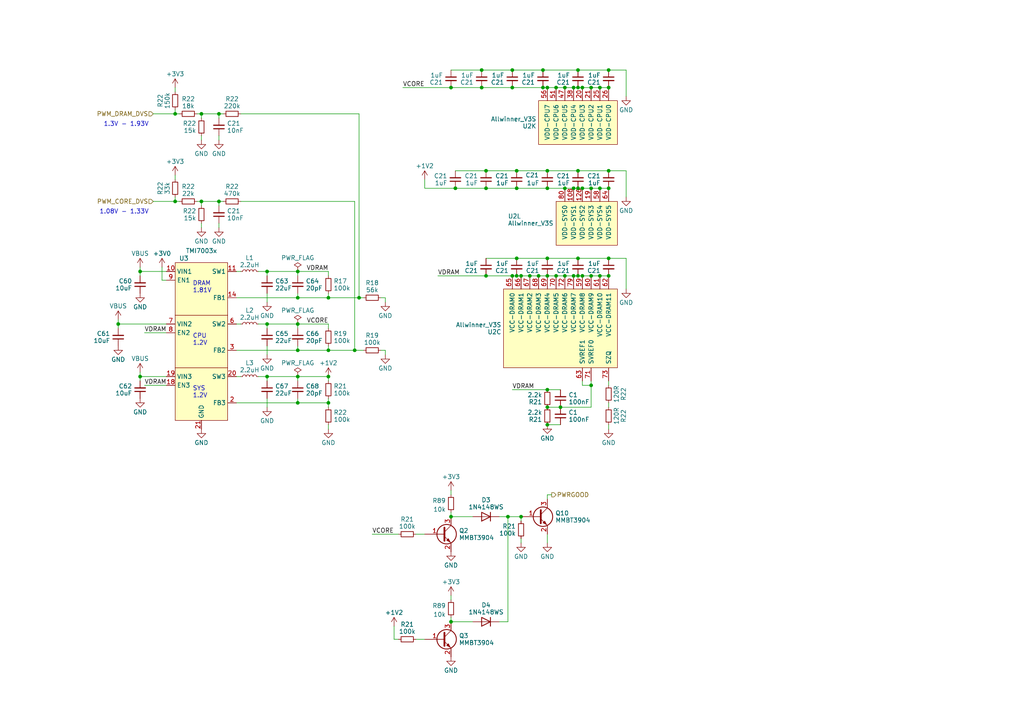
<source format=kicad_sch>
(kicad_sch (version 20230121) (generator eeschema)
  (paper "A4")
  (junction (at 162.56 118.11))
  (junction (at 171.45 54.61))
  (junction (at 95.25 116.84))
  (junction (at 167.64 20.32))
  (junction (at 140.97 54.61))
  (junction (at 167.64 80.01))
  (junction (at 163.83 80.01))
  (junction (at 157.48 20.32))
  (junction (at 77.47 93.98))
  (junction (at 176.53 74.93))
  (junction (at 40.64 78.74))
  (junction (at 166.37 25.4))
  (junction (at 167.64 25.4))
  (junction (at 153.67 80.01))
  (junction (at 40.64 109.22))
  (junction (at 77.47 78.74))
  (junction (at 163.83 25.4))
  (junction (at 132.08 54.61))
  (junction (at 158.75 113.03))
  (junction (at 173.99 25.4))
  (junction (at 34.29 93.98))
  (junction (at 167.64 49.53))
  (junction (at 77.47 109.22))
  (junction (at 167.64 54.61))
  (junction (at 148.59 80.01))
  (junction (at 158.75 74.93))
  (junction (at 163.83 54.61))
  (junction (at 95.25 86.36))
  (junction (at 173.99 80.01))
  (junction (at 149.86 49.53))
  (junction (at 86.36 78.74))
  (junction (at 148.59 20.32))
  (junction (at 130.81 149.86))
  (junction (at 86.36 116.84))
  (junction (at 140.97 49.53))
  (junction (at 168.91 54.61))
  (junction (at 156.21 80.01))
  (junction (at 176.53 54.61))
  (junction (at 139.7 20.32))
  (junction (at 176.53 80.01))
  (junction (at 58.42 58.42))
  (junction (at 86.36 86.36))
  (junction (at 161.29 25.4))
  (junction (at 149.86 80.01))
  (junction (at 158.75 80.01))
  (junction (at 50.8 58.42))
  (junction (at 151.13 149.86))
  (junction (at 140.97 80.01))
  (junction (at 157.48 25.4))
  (junction (at 158.75 25.4))
  (junction (at 147.32 149.86))
  (junction (at 176.53 25.4))
  (junction (at 176.53 49.53))
  (junction (at 95.25 101.6))
  (junction (at 148.59 25.4))
  (junction (at 58.42 33.02))
  (junction (at 63.5 33.02))
  (junction (at 50.8 33.02))
  (junction (at 168.91 25.4))
  (junction (at 171.45 80.01))
  (junction (at 171.45 111.76))
  (junction (at 158.75 54.61))
  (junction (at 176.53 20.32))
  (junction (at 139.7 25.4))
  (junction (at 130.81 180.34))
  (junction (at 161.29 80.01))
  (junction (at 102.87 101.6))
  (junction (at 104.14 86.36))
  (junction (at 86.36 93.98))
  (junction (at 158.75 49.53))
  (junction (at 86.36 101.6))
  (junction (at 95.25 109.22))
  (junction (at 171.45 25.4))
  (junction (at 130.81 25.4))
  (junction (at 158.75 123.19))
  (junction (at 158.75 118.11))
  (junction (at 151.13 80.01))
  (junction (at 63.5 58.42))
  (junction (at 149.86 74.93))
  (junction (at 166.37 80.01))
  (junction (at 86.36 109.22))
  (junction (at 173.99 54.61))
  (junction (at 166.37 54.61))
  (junction (at 149.86 54.61))
  (junction (at 168.91 80.01))
  (junction (at 167.64 74.93))
  (wire (pts (xy 176.53 74.93) (xy 167.64 74.93)))
  (wire (pts (xy 181.61 49.53) (xy 176.53 49.53)))
  (wire (pts (xy 173.99 80.01) (xy 171.45 80.01)))
  (wire (pts (xy 139.7 20.32) (xy 130.81 20.32)))
  (wire (pts (xy 171.45 80.01) (xy 168.91 80.01)))
  (wire (pts (xy 158.75 74.93) (xy 149.86 74.93)))
  (wire (pts (xy 46.99 77.47) (xy 46.99 81.28)))
  (wire (pts (xy 64.77 33.02) (xy 63.5 33.02)))
  (wire (pts (xy 149.86 80.01) (xy 148.59 80.01)))
  (wire (pts (xy 158.75 25.4) (xy 157.48 25.4)))
  (wire (pts (xy 114.3 185.42) (xy 114.3 181.61)))
  (wire (pts (xy 151.13 80.01) (xy 149.86 80.01)))
  (wire (pts (xy 95.25 116.84) (xy 95.25 118.11)))
  (wire (pts (xy 40.64 78.74) (xy 48.26 78.74)))
  (wire (pts (xy 140.97 49.53) (xy 149.86 49.53)))
  (wire (pts (xy 181.61 83.82) (xy 181.61 74.93)))
  (wire (pts (xy 147.32 180.34) (xy 144.78 180.34)))
  (wire (pts (xy 77.47 100.33) (xy 77.47 102.87)))
  (wire (pts (xy 163.83 80.01) (xy 161.29 80.01)))
  (wire (pts (xy 111.76 102.87) (xy 111.76 101.6)))
  (wire (pts (xy 86.36 93.98) (xy 95.25 93.98)))
  (wire (pts (xy 48.26 81.28) (xy 46.99 81.28)))
  (wire (pts (xy 58.42 33.02) (xy 57.15 33.02)))
  (wire (pts (xy 161.29 80.01) (xy 158.75 80.01)))
  (wire (pts (xy 50.8 58.42) (xy 44.45 58.42)))
  (wire (pts (xy 176.53 110.49) (xy 176.53 111.76)))
  (wire (pts (xy 167.64 25.4) (xy 168.91 25.4)))
  (wire (pts (xy 168.91 80.01) (xy 167.64 80.01)))
  (wire (pts (xy 111.76 87.63) (xy 111.76 86.36)))
  (wire (pts (xy 171.45 54.61) (xy 173.99 54.61)))
  (wire (pts (xy 168.91 25.4) (xy 171.45 25.4)))
  (wire (pts (xy 181.61 27.94) (xy 181.61 20.32)))
  (wire (pts (xy 181.61 74.93) (xy 176.53 74.93)))
  (wire (pts (xy 68.58 93.98) (xy 69.85 93.98)))
  (wire (pts (xy 77.47 115.57) (xy 77.47 118.11)))
  (wire (pts (xy 158.75 54.61) (xy 163.83 54.61)))
  (wire (pts (xy 50.8 50.8) (xy 50.8 52.07)))
  (wire (pts (xy 63.5 58.42) (xy 58.42 58.42)))
  (wire (pts (xy 86.36 101.6) (xy 95.25 101.6)))
  (wire (pts (xy 95.25 86.36) (xy 104.14 86.36)))
  (wire (pts (xy 176.53 123.19) (xy 176.53 124.46)))
  (wire (pts (xy 171.45 111.76) (xy 168.91 111.76)))
  (wire (pts (xy 86.36 116.84) (xy 95.25 116.84)))
  (wire (pts (xy 40.64 78.74) (xy 40.64 80.01)))
  (wire (pts (xy 58.42 39.37) (xy 58.42 40.64)))
  (wire (pts (xy 139.7 25.4) (xy 130.81 25.4)))
  (wire (pts (xy 148.59 20.32) (xy 139.7 20.32)))
  (wire (pts (xy 63.5 58.42) (xy 63.5 59.69)))
  (wire (pts (xy 95.25 109.22) (xy 95.25 110.49)))
  (wire (pts (xy 116.84 25.4) (xy 130.81 25.4)))
  (wire (pts (xy 120.65 185.42) (xy 123.19 185.42)))
  (wire (pts (xy 115.57 185.42) (xy 114.3 185.42)))
  (wire (pts (xy 77.47 109.22) (xy 86.36 109.22)))
  (wire (pts (xy 173.99 54.61) (xy 176.53 54.61)))
  (wire (pts (xy 144.78 149.86) (xy 147.32 149.86)))
  (wire (pts (xy 40.64 77.47) (xy 40.64 78.74)))
  (wire (pts (xy 176.53 116.84) (xy 176.53 118.11)))
  (wire (pts (xy 40.64 109.22) (xy 40.64 110.49)))
  (wire (pts (xy 68.58 78.74) (xy 69.85 78.74)))
  (wire (pts (xy 140.97 80.01) (xy 148.59 80.01)))
  (wire (pts (xy 58.42 58.42) (xy 57.15 58.42)))
  (wire (pts (xy 171.45 111.76) (xy 171.45 110.49)))
  (wire (pts (xy 148.59 25.4) (xy 157.48 25.4)))
  (wire (pts (xy 86.36 86.36) (xy 95.25 86.36)))
  (wire (pts (xy 130.81 142.24) (xy 130.81 143.51)))
  (wire (pts (xy 86.36 115.57) (xy 86.36 116.84)))
  (wire (pts (xy 111.76 101.6) (xy 110.49 101.6)))
  (wire (pts (xy 167.64 74.93) (xy 158.75 74.93)))
  (wire (pts (xy 149.86 49.53) (xy 158.75 49.53)))
  (wire (pts (xy 130.81 172.72) (xy 130.81 173.99)))
  (wire (pts (xy 34.29 93.98) (xy 48.26 93.98)))
  (wire (pts (xy 86.36 109.22) (xy 95.25 109.22)))
  (wire (pts (xy 68.58 101.6) (xy 86.36 101.6)))
  (wire (pts (xy 132.08 49.53) (xy 140.97 49.53)))
  (wire (pts (xy 77.47 93.98) (xy 86.36 93.98)))
  (wire (pts (xy 95.25 101.6) (xy 102.87 101.6)))
  (wire (pts (xy 148.59 25.4) (xy 139.7 25.4)))
  (wire (pts (xy 74.93 109.22) (xy 77.47 109.22)))
  (wire (pts (xy 151.13 149.86) (xy 151.13 151.13)))
  (wire (pts (xy 130.81 148.59) (xy 130.81 149.86)))
  (wire (pts (xy 41.91 96.52) (xy 48.26 96.52)))
  (wire (pts (xy 58.42 58.42) (xy 58.42 59.69)))
  (wire (pts (xy 123.19 54.61) (xy 132.08 54.61)))
  (wire (pts (xy 158.75 118.11) (xy 162.56 118.11)))
  (wire (pts (xy 95.25 93.98) (xy 95.25 95.25)))
  (wire (pts (xy 95.25 100.33) (xy 95.25 101.6)))
  (wire (pts (xy 63.5 33.02) (xy 63.5 34.29)))
  (wire (pts (xy 158.75 154.94) (xy 158.75 157.48)))
  (wire (pts (xy 167.64 20.32) (xy 157.48 20.32)))
  (wire (pts (xy 176.53 20.32) (xy 181.61 20.32)))
  (wire (pts (xy 77.47 110.49) (xy 77.47 109.22)))
  (wire (pts (xy 69.85 58.42) (xy 102.87 58.42)))
  (wire (pts (xy 52.07 33.02) (xy 50.8 33.02)))
  (wire (pts (xy 63.5 39.37) (xy 63.5 40.64)))
  (wire (pts (xy 160.02 143.51) (xy 158.75 143.51)))
  (wire (pts (xy 74.93 78.74) (xy 77.47 78.74)))
  (wire (pts (xy 156.21 80.01) (xy 158.75 80.01)))
  (wire (pts (xy 161.29 25.4) (xy 163.83 25.4)))
  (wire (pts (xy 123.19 52.07) (xy 123.19 54.61)))
  (wire (pts (xy 86.36 78.74) (xy 86.36 80.01)))
  (wire (pts (xy 149.86 54.61) (xy 158.75 54.61)))
  (wire (pts (xy 147.32 149.86) (xy 151.13 149.86)))
  (wire (pts (xy 68.58 109.22) (xy 69.85 109.22)))
  (wire (pts (xy 111.76 86.36) (xy 110.49 86.36)))
  (wire (pts (xy 34.29 92.71) (xy 34.29 93.98)))
  (wire (pts (xy 167.64 20.32) (xy 176.53 20.32)))
  (wire (pts (xy 77.47 95.25) (xy 77.47 93.98)))
  (wire (pts (xy 127 80.01) (xy 140.97 80.01)))
  (wire (pts (xy 158.75 49.53) (xy 167.64 49.53)))
  (wire (pts (xy 171.45 25.4) (xy 173.99 25.4)))
  (wire (pts (xy 50.8 25.4) (xy 50.8 26.67)))
  (wire (pts (xy 86.36 100.33) (xy 86.36 101.6)))
  (wire (pts (xy 77.47 85.09) (xy 77.47 87.63)))
  (wire (pts (xy 130.81 179.07) (xy 130.81 180.34)))
  (wire (pts (xy 148.59 20.32) (xy 157.48 20.32)))
  (wire (pts (xy 153.67 80.01) (xy 151.13 80.01)))
  (wire (pts (xy 95.25 78.74) (xy 95.25 80.01)))
  (wire (pts (xy 95.25 85.09) (xy 95.25 86.36)))
  (wire (pts (xy 140.97 54.61) (xy 149.86 54.61)))
  (wire (pts (xy 104.14 33.02) (xy 104.14 86.36)))
  (wire (pts (xy 167.64 49.53) (xy 176.53 49.53)))
  (wire (pts (xy 102.87 101.6) (xy 105.41 101.6)))
  (wire (pts (xy 69.85 33.02) (xy 104.14 33.02)))
  (wire (pts (xy 95.25 115.57) (xy 95.25 116.84)))
  (wire (pts (xy 167.64 80.01) (xy 166.37 80.01)))
  (wire (pts (xy 77.47 78.74) (xy 86.36 78.74)))
  (wire (pts (xy 102.87 58.42) (xy 102.87 101.6)))
  (wire (pts (xy 162.56 118.11) (xy 171.45 118.11)))
  (wire (pts (xy 171.45 118.11) (xy 171.45 111.76)))
  (wire (pts (xy 163.83 54.61) (xy 166.37 54.61)))
  (wire (pts (xy 158.75 143.51) (xy 158.75 144.78)))
  (wire (pts (xy 181.61 57.15) (xy 181.61 49.53)))
  (wire (pts (xy 167.64 25.4) (xy 166.37 25.4)))
  (wire (pts (xy 86.36 78.74) (xy 95.25 78.74)))
  (wire (pts (xy 34.29 93.98) (xy 34.29 95.25)))
  (wire (pts (xy 68.58 116.84) (xy 86.36 116.84)))
  (wire (pts (xy 95.25 123.19) (xy 95.25 124.46)))
  (wire (pts (xy 107.95 154.94) (xy 115.57 154.94)))
  (wire (pts (xy 158.75 25.4) (xy 161.29 25.4)))
  (wire (pts (xy 77.47 80.01) (xy 77.47 78.74)))
  (wire (pts (xy 58.42 33.02) (xy 58.42 34.29)))
  (wire (pts (xy 167.64 54.61) (xy 168.91 54.61)))
  (wire (pts (xy 168.91 54.61) (xy 171.45 54.61)))
  (wire (pts (xy 86.36 109.22) (xy 86.36 110.49)))
  (wire (pts (xy 104.14 86.36) (xy 105.41 86.36)))
  (wire (pts (xy 86.36 85.09) (xy 86.36 86.36)))
  (wire (pts (xy 50.8 57.15) (xy 50.8 58.42)))
  (wire (pts (xy 68.58 86.36) (xy 86.36 86.36)))
  (wire (pts (xy 140.97 74.93) (xy 149.86 74.93)))
  (wire (pts (xy 41.91 111.76) (xy 48.26 111.76)))
  (wire (pts (xy 173.99 80.01) (xy 176.53 80.01)))
  (wire (pts (xy 74.93 93.98) (xy 77.47 93.98)))
  (wire (pts (xy 132.08 54.61) (xy 140.97 54.61)))
  (wire (pts (xy 64.77 58.42) (xy 63.5 58.42)))
  (wire (pts (xy 130.81 180.34) (xy 137.16 180.34)))
  (wire (pts (xy 40.64 107.95) (xy 40.64 109.22)))
  (wire (pts (xy 63.5 33.02) (xy 58.42 33.02)))
  (wire (pts (xy 148.59 113.03) (xy 158.75 113.03)))
  (wire (pts (xy 50.8 33.02) (xy 44.45 33.02)))
  (wire (pts (xy 63.5 64.77) (xy 63.5 66.04)))
  (wire (pts (xy 86.36 93.98) (xy 86.36 95.25)))
  (wire (pts (xy 168.91 111.76) (xy 168.91 110.49)))
  (wire (pts (xy 163.83 25.4) (xy 166.37 25.4)))
  (wire (pts (xy 52.07 58.42) (xy 50.8 58.42)))
  (wire (pts (xy 158.75 123.19) (xy 162.56 123.19)))
  (wire (pts (xy 147.32 149.86) (xy 147.32 180.34)))
  (wire (pts (xy 158.75 113.03) (xy 162.56 113.03)))
  (wire (pts (xy 120.65 154.94) (xy 123.19 154.94)))
  (wire (pts (xy 173.99 25.4) (xy 176.53 25.4)))
  (wire (pts (xy 40.64 109.22) (xy 48.26 109.22)))
  (wire (pts (xy 166.37 54.61) (xy 167.64 54.61)))
  (wire (pts (xy 130.81 149.86) (xy 137.16 149.86)))
  (wire (pts (xy 166.37 80.01) (xy 163.83 80.01)))
  (wire (pts (xy 151.13 156.21) (xy 151.13 157.48)))
  (wire (pts (xy 156.21 80.01) (xy 153.67 80.01)))
  (wire (pts (xy 58.42 64.77) (xy 58.42 66.04)))
  (wire (pts (xy 50.8 31.75) (xy 50.8 33.02)))
  (text "1.08V - 1.33V" (at 43.18 62.23 0) (effects (font (size 1.27 1.27)) (justify right bottom)))
  (text "1.3V - 1.93V" (at 43.18 36.83 0) (effects (font (size 1.27 1.27)) (justify right bottom)))
  (text "DRAM\n1.81V" (at 55.88 85.09 0) (effects (font (size 1.27 1.27)) (justify left bottom)))
  (text "SYS\n1.2V" (at 55.88 115.57 0) (effects (font (size 1.27 1.27)) (justify left bottom)))
  (text "CPU\n1.2V" (at 55.88 100.33 0) (effects (font (size 1.27 1.27)) (justify left bottom)))
  (label "VCORE" (at 95.25 93.98 180))
  (label "VCORE" (at 116.84 25.4 0))
  (label "VCORE" (at 107.95 154.94 0))
  (label "VDRAM" (at 95.25 78.74 180))
  (label "VDRAM" (at 41.91 111.76 0))
  (label "VDRAM" (at 127 80.01 0))
  (label "VDRAM" (at 41.91 96.52 0))
  (label "VDRAM" (at 148.59 113.03 0))
  (hierarchical_label "PWM_CORE_DVS" (shape input) (at 44.45 58.42 180))
  (hierarchical_label "PWM_DRAM_DVS" (shape input) (at 44.45 33.02 180))
  (hierarchical_label "PWRGOOD" (shape output) (at 160.02 143.51 0))
  (symbol (lib_id "power:GND") (at 130.81 190.5 0) (unit 1)
    (property "Reference" "#PWR0102" (effects hide))
    (property "Value" "GND" (at 130.81 194.445 0))
  )
  (symbol (lib_id "Device:C_Small") (at 40.64 113.03 0) (mirror x) (unit 1)
    (property "Reference" "C62" (at 38.3159 111.9996 0) (effects (justify right)))
    (property "Value" "10uF" (at 38.3159 114.0476 0) (effects (justify right)))
    (property "Footprint" "Capacitor_SMD:C_0603_1608Metric" (effects hide))
    (property "LCSC" "C96446" (effects hide))
    (instances (project "OpenHomeSwitch" (path "" (reference "C62") (unit 1)) (path "" (reference "C71") (unit 1))))
  )
  (symbol (lib_id "Device:C_Small") (at 158.75 77.47 0) (unit 1)
    (property "Reference" "C21" (at 156.4259 78.5004 0) (effects (justify right)))
    (property "Value" "1uF" (at 156.4259 76.4524 0) (effects (justify right)))
    (property "Footprint" "Capacitor_SMD:C_0402_1005Metric" (effects hide))
    (property "LCSC" "C52923" (effects hide))
    (instances (project "OpenHomeSwitch" (path "" (reference "C21") (unit 1)) (path "" (reference "C54") (unit 1)) (path "" (reference "C109") (unit 1)) (path "" (reference "C109") (unit 1))))
  )
  (symbol (lib_id "Device:R_Small") (at 130.81 176.53 0) (mirror y) (unit 1)
    (property "Reference" "R89" (at 129.3114 175.6953 0) (effects (justify left)))
    (property "Value" "10k" (at 129.3114 178.2322 0) (effects (justify left)))
    (property "Footprint" "Resistor_SMD:R_0402_1005Metric" (effects hide))
    (property "LCSC" "C25744" (effects hide))
    (instances (project "OpenHomeSwitch" (path "" (reference "R89") (unit 1)) (path "" (reference "R92") (unit 1)) (path "" (reference "R96") (unit 1))) (project "dc-usv" (path "" (reference "R62") (unit 1)) (path "" (reference "R93") (unit 1))))
  )
  (symbol (lib_id "power:GND") (at 158.75 157.48 0) (unit 1)
    (property "Reference" "#PWR0158" (effects hide))
    (property "Value" "GND" (at 158.75 161.425 0))
  )
  (symbol (lib_id "power:PWR_FLAG") (at 86.36 78.74 0) (unit 1)
    (property "Reference" "#FLG04" (effects hide))
    (property "Value" "PWR_FLAG" (at 86.36 74.795 0))
  )
  (symbol (lib_id "Device:C_Small") (at 162.56 115.57 180) (unit 1)
    (property "Reference" "C1" (at 164.884 114.5396 0) (effects (justify right)))
    (property "Value" "100nF" (at 164.884 116.5876 0) (effects (justify right)))
    (property "Footprint" "Capacitor_SMD:C_0402_1005Metric" (effects hide))
    (property "LCSC" "C1525" (effects hide))
    (instances (project "OpenHomeSwitch" (path "" (reference "C1") (unit 1)) (path "" (reference "C81") (unit 1)) (path "" (reference "C111") (unit 1)) (path "" (reference "C116") (unit 1))))
  )
  (symbol (lib_id "Device:R_Small") (at 58.42 62.23 0) (mirror y) (unit 1)
    (property "Reference" "R22" (at 56.9214 61.206 0) (effects (justify left)))
    (property "Value" "15k" (at 56.9214 63.254 0) (effects (justify left)))
    (property "Footprint" "Resistor_SMD:R_0402_1005Metric" (effects hide))
    (property "LCSC" "C25756" (effects hide))
    (instances (project "OpenHomeSwitch" (path "" (reference "R22") (unit 1)) (path "" (reference "R31") (unit 1))))
  )
  (symbol (lib_id "power:VBUS") (at 40.64 107.95 0) (unit 1)
    (property "Reference" "#PWR022" (effects hide))
    (property "Value" "VBUS" (at 40.64 104.005 0))
    (instances (project "OpenHomeSwitch" (path "" (reference "#PWR022") (unit 1)) (path "" (reference "#PWR038") (unit 1))))
  )
  (symbol (lib_id "Device:R_Small") (at 118.11 185.42 90) (unit 1)
    (property "Reference" "R21" (at 118.11 181.1034 90))
    (property "Value" "100k" (at 118.11 183.1514 90))
    (property "Footprint" "Resistor_SMD:R_0402_1005Metric" (effects hide))
    (property "LCSC" "C25741" (effects hide))
    (instances (project "OpenHomeSwitch" (path "" (reference "R21") (unit 1)) (path "" (reference "R68") (unit 1))))
  )
  (symbol (lib_id "Device:R_Small") (at 54.61 58.42 90) (unit 1)
    (property "Reference" "R22" (at 54.61 54.1034 90))
    (property "Value" "22k" (at 54.61 56.1514 90))
    (property "Footprint" "Resistor_SMD:R_0402_1005Metric" (effects hide))
    (property "LCSC" "C25768" (effects hide))
    (instances (project "OpenHomeSwitch" (path "" (reference "R22") (unit 1)) (path "" (reference "R32") (unit 1))))
  )
  (symbol (lib_id "Device:C_Small") (at 140.97 77.47 0) (unit 1)
    (property "Reference" "C21" (at 138.6459 78.5004 0) (effects (justify right)))
    (property "Value" "1uF" (at 138.6459 76.4524 0) (effects (justify right)))
    (property "Footprint" "Capacitor_SMD:C_0402_1005Metric" (effects hide))
    (property "LCSC" "C52923" (effects hide))
    (instances (project "OpenHomeSwitch" (path "" (reference "C21") (unit 1)) (path "" (reference "C54") (unit 1)) (path "" (reference "C126") (unit 1)) (path "" (reference "C110") (unit 1))))
  )
  (symbol (lib_id "power:GND") (at 58.42 40.64 0) (mirror y) (unit 1)
    (property "Reference" "#PWR057" (effects hide))
    (property "Value" "GND" (at 58.42 44.585 0))
  )
  (symbol (lib_id "power:GND") (at 58.42 66.04 0) (mirror y) (unit 1)
    (property "Reference" "#PWR054" (effects hide))
    (property "Value" "GND" (at 58.42 69.985 0))
  )
  (symbol (lib_id "Device:R_Small") (at 158.75 120.65 180) (unit 1)
    (property "Reference" "R21" (at 157.2514 121.674 0) (effects (justify left)))
    (property "Value" "2.2k" (at 157.2514 119.626 0) (effects (justify left)))
    (property "Footprint" "Resistor_SMD:R_0402_1005Metric" (effects hide))
    (property "LCSC" "C25879" (effects hide))
    (instances (project "OpenHomeSwitch" (path "" (reference "R21") (unit 1)) (path "" (reference "R66") (unit 1)) (path "" (reference "R57") (unit 1))))
  )
  (symbol (lib_id "Device:C_Small") (at 149.86 77.47 0) (unit 1)
    (property "Reference" "C21" (at 147.5359 78.5004 0) (effects (justify right)))
    (property "Value" "1uF" (at 147.5359 76.4524 0) (effects (justify right)))
    (property "Footprint" "Capacitor_SMD:C_0402_1005Metric" (effects hide))
    (property "LCSC" "C52923" (effects hide))
    (instances (project "OpenHomeSwitch" (path "" (reference "C21") (unit 1)) (path "" (reference "C54") (unit 1)) (path "" (reference "C110") (unit 1)) (path "" (reference "C110") (unit 1))))
  )
  (symbol (lib_id "Device:C_Small") (at 63.5 36.83 180) (unit 1)
    (property "Reference" "C21" (at 65.8241 35.7996 0) (effects (justify right)))
    (property "Value" "10nF" (at 65.8241 37.8476 0) (effects (justify right)))
    (property "Footprint" "Capacitor_SMD:C_0402_1005Metric" (effects hide))
    (property "LCSC" "C15195" (effects hide))
    (instances (project "OpenHomeSwitch" (path "" (reference "C21") (unit 1)) (path "" (reference "C54") (unit 1)) (path "" (reference "C79") (unit 1))))
  )
  (symbol (lib_id "power:+1V2") (at 114.3 181.61 0) (unit 1)
    (property "Reference" "#PWR0103" (effects hide))
    (property "Value" "+1V2" (at 114.3 177.665 0))
  )
  (symbol (lib_id "power:GND") (at 151.13 157.48 0) (unit 1)
    (property "Reference" "#PWR0159" (effects hide))
    (property "Value" "GND" (at 151.13 161.425 0))
  )
  (symbol (lib_id "Device:C_Small") (at 77.47 82.55 0) (mirror y) (unit 1)
    (property "Reference" "C63" (at 79.7941 81.5323 0) (effects (justify right)))
    (property "Value" "22uF" (at 79.7941 83.5803 0) (effects (justify right)))
    (property "Footprint" "Capacitor_SMD:C_0603_1608Metric" (effects hide))
    (property "LCSC" "C59461" (effects hide))
    (instances (project "OpenHomeSwitch" (path "" (reference "C63") (unit 1)) (path "" (reference "C72") (unit 1))))
  )
  (symbol (lib_id "power:GND") (at 34.29 100.33 0) (unit 1)
    (property "Reference" "#PWR020" (effects hide))
    (property "Value" "GND" (at 34.29 104.275 0))
    (instances (project "OpenHomeSwitch" (path "" (reference "#PWR020") (unit 1)) (path "" (reference "#PWR035") (unit 1))))
  )
  (symbol (lib_id "Device:L_Small") (at 72.39 78.74 90) (unit 1)
    (property "Reference" "L1" (at 72.39 74.7812 90))
    (property "Value" "2.2uH" (at 72.39 76.8292 90))
    (property "Footprint" "Inductor_SMD:L_Wuerth_MAPI-2512" (effects hide))
    (property "Datasheet" "https://datasheet.lcsc.com/szlcsc/1912111437_Sumida-252012CDMCDDS-2R2MC_C351245.pdf" (effects hide))
    (property "LCSC" "C351245" (effects hide))
    (instances (project "OpenHomeSwitch" (path "" (reference "L1") (unit 1)) (path "" (reference "L4") (unit 1))))
  )
  (symbol (lib_id "Device:R_Small") (at 95.25 120.65 180) (unit 1)
    (property "Reference" "R22" (at 96.7486 119.626 0) (effects (justify right)))
    (property "Value" "100k" (at 96.7486 121.674 0) (effects (justify right)))
    (property "Footprint" "Resistor_SMD:R_0402_1005Metric" (effects hide))
    (property "LCSC" "C25741" (effects hide))
    (instances (project "OpenHomeSwitch" (path "" (reference "R22") (unit 1)) (path "" (reference "R30") (unit 1))))
  )
  (symbol (lib_id "Device:R_Small") (at 54.61 33.02 90) (unit 1)
    (property "Reference" "R22" (at 54.61 28.7034 90))
    (property "Value" "18k" (at 54.61 30.7514 90))
    (property "Footprint" "Resistor_SMD:R_0402_1005Metric" (effects hide))
    (property "LCSC" "C25756" (effects hide))
    (instances (project "OpenHomeSwitch" (path "" (reference "R22") (unit 1)) (path "" (reference "R36") (unit 1))))
  )
  (symbol (lib_id "power:VBUS") (at 40.64 77.47 0) (unit 1)
    (property "Reference" "#PWR016" (effects hide))
    (property "Value" "VBUS" (at 40.64 73.525 0))
    (instances (project "OpenHomeSwitch" (path "" (reference "#PWR016") (unit 1)) (path "" (reference "#PWR036") (unit 1))))
  )
  (symbol (lib_id "power:GND") (at 58.42 124.46 0) (unit 1)
    (property "Reference" "#PWR033" (effects hide))
    (property "Value" "GND" (at 58.42 128.405 0))
    (instances (project "OpenHomeSwitch" (path "" (reference "#PWR033") (unit 1)) (path "" (reference "#PWR042") (unit 1))))
  )
  (symbol (lib_id "Device:C_Small") (at 140.97 52.07 0) (mirror x) (unit 1)
    (property "Reference" "C21" (at 138.6459 51.0396 0) (effects (justify right)))
    (property "Value" "1uF" (at 138.6459 53.0876 0) (effects (justify right)))
    (property "Footprint" "Capacitor_SMD:C_0402_1005Metric" (effects hide))
    (property "LCSC" "C52923" (effects hide))
    (instances (project "OpenHomeSwitch" (path "" (reference "C21") (unit 1)) (path "" (reference "C54") (unit 1)) (path "" (reference "C99") (unit 1)) (path "" (reference "C99") (unit 1))))
  )
  (symbol (lib_id "Device:C_Small") (at 167.64 52.07 0) (mirror x) (unit 1)
    (property "Reference" "C21" (at 165.3159 51.0396 0) (effects (justify right)))
    (property "Value" "1uF" (at 165.3159 53.0876 0) (effects (justify right)))
    (property "Footprint" "Capacitor_SMD:C_0402_1005Metric" (effects hide))
    (property "LCSC" "C52923" (effects hide))
    (instances (project "OpenHomeSwitch" (path "" (reference "C21") (unit 1)) (path "" (reference "C54") (unit 1)) (path "" (reference "C96") (unit 1)) (path "" (reference "C96") (unit 1))))
  )
  (symbol (lib_id "power:GND") (at 181.61 83.82 0) (unit 1)
    (property "Reference" "#PWR090" (effects hide))
    (property "Value" "GND" (at 181.61 87.765 0))
  )
  (symbol (lib_id "power:GND") (at 63.5 66.04 0) (mirror y) (unit 1)
    (property "Reference" "#PWR051" (effects hide))
    (property "Value" "GND" (at 63.5 69.985 0))
  )
  (symbol (lib_id "Device:C_Small") (at 158.75 52.07 0) (mirror x) (unit 1)
    (property "Reference" "C21" (at 152.4 50.8 0) (effects (justify left)))
    (property "Value" "1uF" (at 156.4259 53.0876 0) (effects (justify right)))
    (property "Footprint" "Capacitor_SMD:C_0402_1005Metric" (effects hide))
    (property "LCSC" "C52923" (effects hide))
    (instances (project "OpenHomeSwitch" (path "" (reference "C21") (unit 1)) (path "" (reference "C54") (unit 1)) (path "" (reference "C97") (unit 1)) (path "" (reference "C97") (unit 1))))
  )
  (symbol (lib_id "power:GND") (at 111.76 102.87 0) (unit 1)
    (property "Reference" "#PWR027" (effects hide))
    (property "Value" "GND" (at 111.76 106.815 0))
    (instances (project "OpenHomeSwitch" (path "" (reference "#PWR027") (unit 1)) (path "" (reference "#PWR050") (unit 1))))
  )
  (symbol (lib_id "Device:C_Small") (at 167.64 22.86 0) (unit 1)
    (property "Reference" "C21" (at 165.3159 23.8904 0) (effects (justify right)))
    (property "Value" "1uF" (at 165.3159 21.8424 0) (effects (justify right)))
    (property "Footprint" "Capacitor_SMD:C_0402_1005Metric" (effects hide))
    (property "LCSC" "C52923" (effects hide))
    (instances (project "OpenHomeSwitch" (path "" (reference "C21") (unit 1)) (path "" (reference "C54") (unit 1)) (path "" (reference "C101") (unit 1)) (path "" (reference "C106") (unit 1))))
  )
  (symbol (lib_id "power:GND") (at 176.53 124.46 0) (unit 1)
    (property "Reference" "#PWR089" (effects hide))
    (property "Value" "GND" (at 176.53 128.405 0))
  )
  (symbol (lib_id "power:+3V3") (at 130.81 172.72 0) (unit 1)
    (property "Reference" "#PWR0157" (effects hide))
    (property "Value" "+3V3" (at 130.81 168.775 0))
  )
  (symbol (lib_id "Device:C_Small") (at 86.36 113.03 0) (mirror y) (unit 1)
    (property "Reference" "C68" (at 88.6841 112.0123 0) (effects (justify right)))
    (property "Value" "20pF" (at 88.6841 114.0603 0) (effects (justify right)))
    (property "Footprint" "Capacitor_SMD:C_0402_1005Metric" (effects hide))
    (property "LCSC" "C1554" (effects hide))
    (instances (project "OpenHomeSwitch" (path "" (reference "C68") (unit 1)) (path "" (reference "C77") (unit 1))))
  )
  (symbol (lib_id "Transistor_BJT:MMBT3904") (at 128.27 154.94 0) (unit 1)
    (property "Reference" "Q2" (at 133.1214 153.916 0) (effects (justify left)))
    (property "Value" "MMBT3904" (at 133.1214 155.964 0) (effects (justify left)))
    (property "Footprint" "Package_TO_SOT_SMD:SOT-23" (effects hide))
    (property "Datasheet" "https://www.onsemi.com/pub/Collateral/2N3903-D.PDF" (effects hide))
    (property "LCSC" "C20526" (effects hide))
  )
  (symbol (lib_id "Diode:1N4148WS") (at 140.97 149.86 180) (unit 1)
    (property "Reference" "D3" (at 140.97 145.01 0))
    (property "Value" "1N4148WS" (at 140.97 147.058 0))
    (property "Footprint" "Diode_SMD:D_SOD-323" (effects hide))
    (property "Datasheet" "https://www.vishay.com/docs/85751/1n4148ws.pdf" (effects hide))
    (property "Sim.Device" "D" (effects hide))
    (property "Sim.Pins" "1=K 2=A" (effects hide))
    (property "LCSC" "C2128" (effects hide))
  )
  (symbol (lib_id "power:+3V3") (at 50.8 50.8 0) (mirror y) (unit 1)
    (property "Reference" "#PWR055" (effects hide))
    (property "Value" "+3V3" (at 50.8 46.855 0))
  )
  (symbol (lib_id "power:PWR_FLAG") (at 86.36 109.22 0) (unit 1)
    (property "Reference" "#FLG012" (effects hide))
    (property "Value" "PWR_FLAG" (at 86.36 105.275 0))
  )
  (symbol (lib_id "power:GND") (at 95.25 124.46 0) (unit 1)
    (property "Reference" "#PWR053" (effects hide))
    (property "Value" "GND" (at 95.25 128.405 0))
  )
  (symbol (lib_id "power:GND") (at 40.64 85.09 0) (unit 1)
    (property "Reference" "#PWR017" (effects hide))
    (property "Value" "GND" (at 40.64 89.035 0))
    (instances (project "OpenHomeSwitch" (path "" (reference "#PWR017") (unit 1)) (path "" (reference "#PWR037") (unit 1))))
  )
  (symbol (lib_id "power:GND") (at 40.64 115.57 0) (unit 1)
    (property "Reference" "#PWR023" (effects hide))
    (property "Value" "GND" (at 40.64 119.515 0))
    (instances (project "OpenHomeSwitch" (path "" (reference "#PWR023") (unit 1)) (path "" (reference "#PWR039") (unit 1))))
  )
  (symbol (lib_id "Device:C_Small") (at 176.53 22.86 0) (unit 1)
    (property "Reference" "C21" (at 174.2059 23.8904 0) (effects (justify right)))
    (property "Value" "1uF" (at 174.2059 21.8424 0) (effects (justify right)))
    (property "Footprint" "Capacitor_SMD:C_0402_1005Metric" (effects hide))
    (property "LCSC" "C52923" (effects hide))
    (instances (project "OpenHomeSwitch" (path "" (reference "C21") (unit 1)) (path "" (reference "C54") (unit 1)) (path "" (reference "C82") (unit 1)) (path "" (reference "C106") (unit 1))))
  )
  (symbol (lib_id "power:+3V3") (at 130.81 142.24 0) (unit 1)
    (property "Reference" "#PWR0156" (effects hide))
    (property "Value" "+3V3" (at 130.81 138.295 0))
  )
  (symbol (lib_id "Device:C_Small") (at 148.59 22.86 0) (unit 1)
    (property "Reference" "C21" (at 146.2659 23.8904 0) (effects (justify right)))
    (property "Value" "1uF" (at 146.2659 21.8424 0) (effects (justify right)))
    (property "Footprint" "Capacitor_SMD:C_0402_1005Metric" (effects hide))
    (property "LCSC" "C52923" (effects hide))
    (instances (project "OpenHomeSwitch" (path "" (reference "C21") (unit 1)) (path "" (reference "C54") (unit 1)) (path "" (reference "C104") (unit 1)) (path "" (reference "C103") (unit 1))))
  )
  (symbol (lib_id "power:GND") (at 181.61 57.15 0) (unit 1)
    (property "Reference" "#PWR047" (effects hide))
    (property "Value" "GND" (at 181.61 61.095 0))
  )
  (symbol (lib_id "Device:C_Small") (at 40.64 82.55 0) (mirror x) (unit 1)
    (property "Reference" "C60" (at 38.3159 81.5196 0) (effects (justify right)))
    (property "Value" "10uF" (at 38.3159 83.5676 0) (effects (justify right)))
    (property "Footprint" "Capacitor_SMD:C_0603_1608Metric" (effects hide))
    (property "LCSC" "C96446" (effects hide))
    (instances (project "OpenHomeSwitch" (path "" (reference "C60") (unit 1)) (path "" (reference "C70") (unit 1))))
  )
  (symbol (lib_id "power:GND") (at 158.75 123.19 0) (unit 1)
    (property "Reference" "#PWR0100" (effects hide))
    (property "Value" "GND" (at 158.75 127.135 0))
  )
  (symbol (lib_id "power:GND") (at 77.47 87.63 0) (unit 1)
    (property "Reference" "#PWR024" (effects hide))
    (property "Value" "GND" (at 77.47 91.575 0))
    (instances (project "OpenHomeSwitch" (path "" (reference "#PWR024") (unit 1)) (path "" (reference "#PWR043") (unit 1))))
  )
  (symbol (lib_id "power:GND") (at 181.61 27.94 0) (unit 1)
    (property "Reference" "#PWR091" (effects hide))
    (property "Value" "GND" (at 181.61 31.885 0))
  )
  (symbol (lib_id "Device:R_Small") (at 107.95 86.36 90) (unit 1)
    (property "Reference" "R18" (at 107.95 82.0434 90))
    (property "Value" "56k" (at 107.95 84.0914 90))
    (property "Footprint" "Resistor_SMD:R_0402_1005Metric" (effects hide))
    (property "LCSC" "C25796" (effects hide))
    (instances (project "OpenHomeSwitch" (path "" (reference "R18") (unit 1)) (path "" (reference "R27") (unit 1))))
  )
  (symbol (lib_id "Device:R_Small") (at 151.13 153.67 0) (mirror y) (unit 1)
    (property "Reference" "R21" (at 149.6314 152.646 0) (effects (justify left)))
    (property "Value" "100k" (at 149.6314 154.694 0) (effects (justify left)))
    (property "Footprint" "Resistor_SMD:R_0402_1005Metric" (effects hide))
    (property "LCSC" "C25741" (effects hide))
    (instances (project "OpenHomeSwitch" (path "" (reference "R21") (unit 1)) (path "" (reference "R97") (unit 1))))
  )
  (symbol (lib_id "power:GND") (at 77.47 118.11 0) (unit 1)
    (property "Reference" "#PWR028" (effects hide))
    (property "Value" "GND" (at 77.47 122.055 0))
    (instances (project "OpenHomeSwitch" (path "" (reference "#PWR028") (unit 1)) (path "" (reference "#PWR045") (unit 1))))
  )
  (symbol (lib_id "Transistor_BJT:MMBT3904") (at 128.27 185.42 0) (unit 1)
    (property "Reference" "Q3" (at 133.1214 184.396 0) (effects (justify left)))
    (property "Value" "MMBT3904" (at 133.1214 186.444 0) (effects (justify left)))
    (property "Footprint" "Package_TO_SOT_SMD:SOT-23" (effects hide))
    (property "Datasheet" "https://www.onsemi.com/pub/Collateral/2N3903-D.PDF" (effects hide))
    (property "LCSC" "C20526" (effects hide))
  )
  (symbol (lib_id "power:GND") (at 63.5 40.64 0) (mirror y) (unit 1)
    (property "Reference" "#PWR056" (effects hide))
    (property "Value" "GND" (at 63.5 44.585 0))
  )
  (symbol (lib_id "Transistor_BJT:MMBT3904") (at 156.21 149.86 0) (unit 1)
    (property "Reference" "Q10" (at 161.0614 148.836 0) (effects (justify left)))
    (property "Value" "MMBT3904" (at 161.0614 150.884 0) (effects (justify left)))
    (property "Footprint" "Package_TO_SOT_SMD:SOT-23" (effects hide))
    (property "Datasheet" "https://www.onsemi.com/pub/Collateral/2N3903-D.PDF" (effects hide))
    (property "LCSC" "C20526" (effects hide))
  )
  (symbol (lib_id "Device:R_Small") (at 158.75 115.57 180) (unit 1)
    (property "Reference" "R21" (at 157.2514 116.594 0) (effects (justify left)))
    (property "Value" "2.2k" (at 157.2514 114.546 0) (effects (justify left)))
    (property "Footprint" "Resistor_SMD:R_0402_1005Metric" (effects hide))
    (property "LCSC" "C25879" (effects hide))
    (instances (project "OpenHomeSwitch" (path "" (reference "R21") (unit 1)) (path "" (reference "R65") (unit 1)) (path "" (reference "R57") (unit 1))))
  )
  (symbol (lib_id "Device:R_Small") (at 50.8 29.21 0) (mirror y) (unit 1)
    (property "Reference" "R22" (at 46.4834 29.21 90))
    (property "Value" "150k" (at 48.5314 29.21 90))
    (property "Footprint" "Resistor_SMD:R_0402_1005Metric" (effects hide))
    (property "LCSC" "C25755" (effects hide))
    (instances (project "OpenHomeSwitch" (path "" (reference "R22") (unit 1)) (path "" (reference "R37") (unit 1))))
  )
  (symbol (lib_id "Device:R_Small") (at 95.25 97.79 0) (unit 1)
    (property "Reference" "R19" (at 96.7486 96.766 0) (effects (justify left)))
    (property "Value" "100k" (at 96.7486 98.814 0) (effects (justify left)))
    (property "Footprint" "Resistor_SMD:R_0402_1005Metric" (effects hide))
    (property "LCSC" "C25741" (effects hide))
    (instances (project "OpenHomeSwitch" (path "" (reference "R19") (unit 1)) (path "" (reference "R25") (unit 1))))
  )
  (symbol (lib_id "SoC_Allwinner:Allwinner_V3S") (at 161.29 64.77 90) (unit 12)
    (property "Reference" "U2" (at 147.32 62.722 90) (effects (justify right)))
    (property "Value" "Allwinner_V3S" (at 147.32 64.77 90) (effects (justify right)))
    (property "Footprint" "Package_QFP_Allwinner:LQFP-128_14x14mm_P0.4mm_EPAD_5.72x5.72mm" (effects hide))
    (property "LCSC" "C2687449" (effects hide))
  )
  (symbol (lib_id "Device:C_Small") (at 77.47 113.03 0) (mirror y) (unit 1)
    (property "Reference" "C67" (at 79.7941 112.0123 0) (effects (justify right)))
    (property "Value" "22uF" (at 79.7941 114.0603 0) (effects (justify right)))
    (property "Footprint" "Capacitor_SMD:C_0603_1608Metric" (effects hide))
    (property "LCSC" "C59461" (effects hide))
    (instances (project "OpenHomeSwitch" (path "" (reference "C67") (unit 1)) (path "" (reference "C74") (unit 1))))
  )
  (symbol (lib_id "power:PWR_FLAG") (at 86.36 93.98 0) (unit 1)
    (property "Reference" "#FLG011" (effects hide))
    (property "Value" "PWR_FLAG" (at 86.36 90.035 0))
  )
  (symbol (lib_id "Device:C_Small") (at 34.29 97.79 0) (mirror x) (unit 1)
    (property "Reference" "C61" (at 31.9659 96.7596 0) (effects (justify right)))
    (property "Value" "10uF" (at 31.9659 98.8076 0) (effects (justify right)))
    (property "Footprint" "Capacitor_SMD:C_0603_1608Metric" (effects hide))
    (property "LCSC" "C96446" (effects hide))
    (instances (project "OpenHomeSwitch" (path "" (reference "C61") (unit 1)) (path "" (reference "C69") (unit 1))))
  )
  (symbol (lib_id "Device:C_Small") (at 149.86 52.07 0) (mirror x) (unit 1)
    (property "Reference" "C21" (at 147.5359 51.0396 0) (effects (justify right)))
    (property "Value" "1uF" (at 147.5359 53.0876 0) (effects (justify right)))
    (property "Footprint" "Capacitor_SMD:C_0402_1005Metric" (effects hide))
    (property "LCSC" "C52923" (effects hide))
    (instances (project "OpenHomeSwitch" (path "" (reference "C21") (unit 1)) (path "" (reference "C54") (unit 1)) (path "" (reference "C98") (unit 1)) (path "" (reference "C98") (unit 1))))
  )
  (symbol (lib_id "power:GND") (at 77.47 102.87 0) (unit 1)
    (property "Reference" "#PWR026" (effects hide))
    (property "Value" "GND" (at 77.47 106.815 0))
    (instances (project "OpenHomeSwitch" (path "" (reference "#PWR026") (unit 1)) (path "" (reference "#PWR044") (unit 1))))
  )
  (symbol (lib_id "power:+1V2") (at 123.19 52.07 0) (unit 1)
    (property "Reference" "#PWR088" (effects hide))
    (property "Value" "+1V2" (at 123.19 48.125 0))
  )
  (symbol (lib_id "Device:C_Small") (at 176.53 52.07 0) (mirror x) (unit 1)
    (property "Reference" "C21" (at 174.2059 51.0396 0) (effects (justify right)))
    (property "Value" "1uF" (at 174.2059 53.0876 0) (effects (justify right)))
    (property "Footprint" "Capacitor_SMD:C_0402_1005Metric" (effects hide))
    (property "LCSC" "C52923" (effects hide))
    (instances (project "OpenHomeSwitch" (path "" (reference "C21") (unit 1)) (path "" (reference "C54") (unit 1)) (path "" (reference "C95") (unit 1)) (path "" (reference "C95") (unit 1))))
  )
  (symbol (lib_id "Device:R_Small") (at 130.81 146.05 0) (mirror y) (unit 1)
    (property "Reference" "R89" (at 129.3114 145.2153 0) (effects (justify left)))
    (property "Value" "10k" (at 129.3114 147.7522 0) (effects (justify left)))
    (property "Footprint" "Resistor_SMD:R_0402_1005Metric" (effects hide))
    (property "LCSC" "C25744" (effects hide))
    (instances (project "OpenHomeSwitch" (path "" (reference "R89") (unit 1)) (path "" (reference "R92") (unit 1)) (path "" (reference "R95") (unit 1))) (project "dc-usv" (path "" (reference "R62") (unit 1)) (path "" (reference "R93") (unit 1))))
  )
  (symbol (lib_id "Device:C_Small") (at 162.56 120.65 180) (unit 1)
    (property "Reference" "C1" (at 164.884 119.6196 0) (effects (justify right)))
    (property "Value" "100nF" (at 164.884 121.6676 0) (effects (justify right)))
    (property "Footprint" "Capacitor_SMD:C_0402_1005Metric" (effects hide))
    (property "LCSC" "C1525" (effects hide))
    (instances (project "OpenHomeSwitch" (path "" (reference "C1") (unit 1)) (path "" (reference "C81") (unit 1)) (path "" (reference "C111") (unit 1)) (path "" (reference "C117") (unit 1))))
  )
  (symbol (lib_id "Device:C_Small") (at 130.81 22.86 0) (unit 1)
    (property "Reference" "C21" (at 128.4859 23.8904 0) (effects (justify right)))
    (property "Value" "1uF" (at 128.4859 21.8424 0) (effects (justify right)))
    (property "Footprint" "Capacitor_SMD:C_0402_1005Metric" (effects hide))
    (property "LCSC" "C52923" (effects hide))
    (instances (project "OpenHomeSwitch" (path "" (reference "C21") (unit 1)) (path "" (reference "C54") (unit 1)) (path "" (reference "C106") (unit 1)) (path "" (reference "C105") (unit 1))))
  )
  (symbol (lib_id "Device:C_Small") (at 157.48 22.86 0) (unit 1)
    (property "Reference" "C21" (at 155.1559 23.8904 0) (effects (justify right)))
    (property "Value" "1uF" (at 155.1559 21.8424 0) (effects (justify right)))
    (property "Footprint" "Capacitor_SMD:C_0402_1005Metric" (effects hide))
    (property "LCSC" "C52923" (effects hide))
    (instances (project "OpenHomeSwitch" (path "" (reference "C21") (unit 1)) (path "" (reference "C54") (unit 1)) (path "" (reference "C102") (unit 1)) (path "" (reference "C101") (unit 1))))
  )
  (symbol (lib_id "Device:C_Small") (at 139.7 22.86 0) (unit 1)
    (property "Reference" "C21" (at 137.3759 23.8904 0) (effects (justify right)))
    (property "Value" "1uF" (at 137.3759 21.8424 0) (effects (justify right)))
    (property "Footprint" "Capacitor_SMD:C_0402_1005Metric" (effects hide))
    (property "LCSC" "C52923" (effects hide))
    (instances (project "OpenHomeSwitch" (path "" (reference "C21") (unit 1)) (path "" (reference "C54") (unit 1)) (path "" (reference "C105") (unit 1)) (path "" (reference "C104") (unit 1))))
  )
  (symbol (lib_id "Device:C_Small") (at 132.08 52.07 0) (mirror x) (unit 1)
    (property "Reference" "C21" (at 129.7559 51.0396 0) (effects (justify right)))
    (property "Value" "1uF" (at 129.7559 53.0876 0) (effects (justify right)))
    (property "Footprint" "Capacitor_SMD:C_0402_1005Metric" (effects hide))
    (property "LCSC" "C52923" (effects hide))
    (instances (project "OpenHomeSwitch" (path "" (reference "C21") (unit 1)) (path "" (reference "C54") (unit 1)) (path "" (reference "C100") (unit 1)) (path "" (reference "C100") (unit 1))))
  )
  (symbol (lib_id "Regulator_Switching_TMI:TMI7003x") (at 58.42 100.33 0) (unit 1)
    (property "Reference" "U3" (at 53.34 74.93 0))
    (property "Value" "TMI7003x" (at 58.42 72.747 0))
    (property "Footprint" "Package_DFN_QFN:QFN-20-1EP_3x3mm_P0.4mm_EP1.65x1.65mm" (effects hide))
    (property "Datasheet" "https://datasheet.lcsc.com/lcsc/2010161907_TMI-TMI7003C_C840566.pdf" (effects hide))
    (property "LCSC" "C840566" (effects hide))
  )
  (symbol (lib_id "Device:C_Small") (at 86.36 82.55 0) (mirror y) (unit 1)
    (property "Reference" "C64" (at 88.6841 81.5323 0) (effects (justify right)))
    (property "Value" "20pF" (at 88.6841 83.5803 0) (effects (justify right)))
    (property "Footprint" "Capacitor_SMD:C_0402_1005Metric" (effects hide))
    (property "LCSC" "C1554" (effects hide))
    (instances (project "OpenHomeSwitch" (path "" (reference "C64") (unit 1)) (path "" (reference "C75") (unit 1))))
  )
  (symbol (lib_id "Device:R_Small") (at 107.95 101.6 90) (unit 1)
    (property "Reference" "R19" (at 107.95 97.2834 90))
    (property "Value" "100k" (at 107.95 99.3314 90))
    (property "Footprint" "Resistor_SMD:R_0402_1005Metric" (effects hide))
    (property "LCSC" "C25741" (effects hide))
    (instances (project "OpenHomeSwitch" (path "" (reference "R19") (unit 1)) (path "" (reference "R28") (unit 1))))
  )
  (symbol (lib_id "Device:L_Small") (at 72.39 93.98 90) (unit 1)
    (property "Reference" "L2" (at 72.39 90.0212 90))
    (property "Value" "2.2uH" (at 72.39 92.0692 90))
    (property "Footprint" "Inductor_SMD:L_Wuerth_MAPI-2512" (effects hide))
    (property "Datasheet" "https://datasheet.lcsc.com/szlcsc/1912111437_Sumida-252012CDMCDDS-2R2MC_C351245.pdf" (effects hide))
    (property "LCSC" "C351245" (effects hide))
    (instances (project "OpenHomeSwitch" (path "" (reference "L2") (unit 1)) (path "" (reference "L5") (unit 1))))
  )
  (symbol (lib_id "power:GND") (at 130.81 160.02 0) (unit 1)
    (property "Reference" "#PWR0101" (effects hide))
    (property "Value" "GND" (at 130.81 163.965 0))
  )
  (symbol (lib_id "Device:R_Small") (at 50.8 54.61 0) (mirror y) (unit 1)
    (property "Reference" "R22" (at 46.4834 54.61 90))
    (property "Value" "33k" (at 48.5314 54.61 90))
    (property "Footprint" "Resistor_SMD:R_0402_1005Metric" (effects hide))
    (property "LCSC" "C25779" (effects hide))
    (instances (project "OpenHomeSwitch" (path "" (reference "R22") (unit 1)) (path "" (reference "R33") (unit 1))))
  )
  (symbol (lib_id "power:+1V2") (at 95.25 109.22 0) (unit 1)
    (property "Reference" "#PWR087" (effects hide))
    (property "Value" "+1V2" (at 95.25 105.275 0))
  )
  (symbol (lib_id "Device:R_Small") (at 67.31 58.42 90) (mirror x) (unit 1)
    (property "Reference" "R22" (at 67.31 54.1034 90))
    (property "Value" "470k" (at 67.31 56.1514 90))
    (property "Footprint" "Resistor_SMD:R_0402_1005Metric" (effects hide))
    (property "LCSC" "C25790" (effects hide))
    (instances (project "OpenHomeSwitch" (path "" (reference "R22") (unit 1)) (path "" (reference "R29") (unit 1))))
  )
  (symbol (lib_id "power:VBUS") (at 34.29 92.71 0) (unit 1)
    (property "Reference" "#PWR021" (effects hide))
    (property "Value" "VBUS" (at 34.29 88.765 0))
    (instances (project "OpenHomeSwitch" (path "" (reference "#PWR021") (unit 1)) (path "" (reference "#PWR034") (unit 1))))
  )
  (symbol (lib_id "Device:C_Small") (at 77.47 97.79 0) (mirror y) (unit 1)
    (property "Reference" "C65" (at 79.7941 96.7723 0) (effects (justify right)))
    (property "Value" "22uF" (at 79.7941 98.8203 0) (effects (justify right)))
    (property "Footprint" "Capacitor_SMD:C_0603_1608Metric" (effects hide))
    (property "LCSC" "C59461" (effects hide))
    (instances (project "OpenHomeSwitch" (path "" (reference "C65") (unit 1)) (path "" (reference "C73") (unit 1))))
  )
  (symbol (lib_id "Device:R_Small") (at 176.53 120.65 0) (unit 1)
    (property "Reference" "R22" (at 180.8466 120.65 90))
    (property "Value" "120R" (at 178.7986 120.65 90))
    (property "Footprint" "Resistor_SMD:R_0402_1005Metric" (effects hide))
    (property "LCSC" "C25079" (effects hide))
    (instances (project "OpenHomeSwitch" (path "" (reference "R22") (unit 1)) (path "" (reference "R64") (unit 1))))
  )
  (symbol (lib_id "Device:R_Small") (at 95.25 82.55 0) (unit 1)
    (property "Reference" "R17" (at 96.7486 81.526 0) (effects (justify left)))
    (property "Value" "100k" (at 96.7486 83.574 0) (effects (justify left)))
    (property "Footprint" "Resistor_SMD:R_0402_1005Metric" (effects hide))
    (property "LCSC" "C25741" (effects hide))
    (instances (project "OpenHomeSwitch" (path "" (reference "R17") (unit 1)) (path "" (reference "R24") (unit 1))))
  )
  (symbol (lib_id "Device:R_Small") (at 58.42 36.83 0) (mirror y) (unit 1)
    (property "Reference" "R22" (at 56.9214 35.806 0) (effects (justify left)))
    (property "Value" "15k" (at 56.9214 37.854 0) (effects (justify left)))
    (property "Footprint" "Resistor_SMD:R_0402_1005Metric" (effects hide))
    (property "LCSC" "C25756" (effects hide))
    (instances (project "OpenHomeSwitch" (path "" (reference "R22") (unit 1)) (path "" (reference "R35") (unit 1))))
  )
  (symbol (lib_id "power:+3V3") (at 50.8 25.4 0) (mirror y) (unit 1)
    (property "Reference" "#PWR058" (effects hide))
    (property "Value" "+3V3" (at 50.8 21.455 0))
  )
  (symbol (lib_id "Device:R_Small") (at 118.11 154.94 90) (unit 1)
    (property "Reference" "R21" (at 118.11 150.6234 90))
    (property "Value" "100k" (at 118.11 152.6714 90))
    (property "Footprint" "Resistor_SMD:R_0402_1005Metric" (effects hide))
    (property "LCSC" "C25741" (effects hide))
    (instances (project "OpenHomeSwitch" (path "" (reference "R21") (unit 1)) (path "" (reference "R67") (unit 1))))
  )
  (symbol (lib_id "Diode:1N4148WS") (at 140.97 180.34 180) (unit 1)
    (property "Reference" "D4" (at 140.97 175.49 0))
    (property "Value" "1N4148WS" (at 140.97 177.538 0))
    (property "Footprint" "Diode_SMD:D_SOD-323" (effects hide))
    (property "Datasheet" "https://www.vishay.com/docs/85751/1n4148ws.pdf" (effects hide))
    (property "Sim.Device" "D" (effects hide))
    (property "Sim.Pins" "1=K 2=A" (effects hide))
    (property "LCSC" "C2128" (effects hide))
  )
  (symbol (lib_id "Device:C_Small") (at 86.36 97.79 0) (mirror y) (unit 1)
    (property "Reference" "C66" (at 88.6841 96.7723 0) (effects (justify right)))
    (property "Value" "20pF" (at 88.6841 98.8203 0) (effects (justify right)))
    (property "Footprint" "Capacitor_SMD:C_0402_1005Metric" (effects hide))
    (property "LCSC" "C1554" (effects hide))
    (instances (project "OpenHomeSwitch" (path "" (reference "C66") (unit 1)) (path "" (reference "C76") (unit 1))))
  )
  (symbol (lib_id "power:+3V0") (at 46.99 77.47 0) (unit 1)
    (property "Reference" "#PWR041" (effects hide))
    (property "Value" "+3V0" (at 46.99 73.525 0))
  )
  (symbol (lib_id "SoC_Allwinner:Allwinner_V3S") (at 156.21 34.29 90) (unit 11)
    (property "Reference" "U2" (at 155.575 36.584 90) (effects (justify left)))
    (property "Value" "Allwinner_V3S" (at 155.575 34.536 90) (effects (justify left)))
    (property "Footprint" "Package_QFP_Allwinner:LQFP-128_14x14mm_P0.4mm_EPAD_5.72x5.72mm" (effects hide))
    (property "LCSC" "C2687449" (effects hide))
  )
  (symbol (lib_id "SoC_Allwinner:Allwinner_V3S") (at 146.05 95.25 90) (unit 3)
    (property "Reference" "U2" (at 145.415 96.274 90) (effects (justify left)))
    (property "Value" "Allwinner_V3S" (at 145.415 94.226 90) (effects (justify left)))
    (property "Footprint" "Package_QFP_Allwinner:LQFP-128_14x14mm_P0.4mm_EPAD_5.72x5.72mm" (effects hide))
    (property "LCSC" "C2687449" (effects hide))
  )
  (symbol (lib_id "Device:L_Small") (at 72.39 109.22 90) (unit 1)
    (property "Reference" "L3" (at 72.39 105.2612 90))
    (property "Value" "2.2uH" (at 72.39 107.3092 90))
    (property "Footprint" "Inductor_SMD:L_Wuerth_MAPI-2512" (effects hide))
    (property "Datasheet" "https://datasheet.lcsc.com/szlcsc/1912111437_Sumida-252012CDMCDDS-2R2MC_C351245.pdf" (effects hide))
    (property "LCSC" "C351245" (effects hide))
    (instances (project "OpenHomeSwitch" (path "" (reference "L3") (unit 1)) (path "" (reference "L6") (unit 1))))
  )
  (symbol (lib_id "Device:R_Small") (at 176.53 114.3 0) (unit 1)
    (property "Reference" "R22" (at 180.8466 114.3 90))
    (property "Value" "120R" (at 178.7986 114.3 90))
    (property "Footprint" "Resistor_SMD:R_0402_1005Metric" (effects hide))
    (property "LCSC" "C25079" (effects hide))
    (instances (project "OpenHomeSwitch" (path "" (reference "R22") (unit 1)) (path "" (reference "R63") (unit 1))))
  )
  (symbol (lib_id "Device:R_Small") (at 95.25 113.03 0) (unit 1)
    (property "Reference" "R21" (at 96.7486 112.006 0) (effects (justify left)))
    (property "Value" "100k" (at 96.7486 114.054 0) (effects (justify left)))
    (property "Footprint" "Resistor_SMD:R_0402_1005Metric" (effects hide))
    (property "LCSC" "C25741" (effects hide))
    (instances (project "OpenHomeSwitch" (path "" (reference "R21") (unit 1)) (path "" (reference "R26") (unit 1))))
  )
  (symbol (lib_id "Device:R_Small") (at 67.31 33.02 90) (mirror x) (unit 1)
    (property "Reference" "R22" (at 67.31 28.7034 90))
    (property "Value" "220k" (at 67.31 30.7514 90))
    (property "Footprint" "Resistor_SMD:R_0402_1005Metric" (effects hide))
    (property "LCSC" "C25767" (effects hide))
    (instances (project "OpenHomeSwitch" (path "" (reference "R22") (unit 1)) (path "" (reference "R34") (unit 1))))
  )
  (symbol (lib_id "Device:C_Small") (at 176.53 77.47 0) (unit 1)
    (property "Reference" "C21" (at 174.2059 78.5004 0) (effects (justify right)))
    (property "Value" "1uF" (at 174.2059 76.4524 0) (effects (justify right)))
    (property "Footprint" "Capacitor_SMD:C_0402_1005Metric" (effects hide))
    (property "LCSC" "C52923" (effects hide))
    (instances (project "OpenHomeSwitch" (path "" (reference "C21") (unit 1)) (path "" (reference "C54") (unit 1)) (path "" (reference "C107") (unit 1)) (path "" (reference "C107") (unit 1))))
  )
  (symbol (lib_id "Device:C_Small") (at 167.64 77.47 0) (unit 1)
    (property "Reference" "C21" (at 165.3159 78.5004 0) (effects (justify right)))
    (property "Value" "1uF" (at 165.3159 76.4524 0) (effects (justify right)))
    (property "Footprint" "Capacitor_SMD:C_0402_1005Metric" (effects hide))
    (property "LCSC" "C52923" (effects hide))
    (instances (project "OpenHomeSwitch" (path "" (reference "C21") (unit 1)) (path "" (reference "C54") (unit 1)) (path "" (reference "C108") (unit 1)) (path "" (reference "C108") (unit 1))))
  )
  (symbol (lib_id "power:GND") (at 111.76 87.63 0) (unit 1)
    (property "Reference" "#PWR025" (effects hide))
    (property "Value" "GND" (at 111.76 91.575 0))
    (instances (project "OpenHomeSwitch" (path "" (reference "#PWR025") (unit 1)) (path "" (reference "#PWR049") (unit 1))))
  )
  (symbol (lib_id "Device:C_Small") (at 63.5 62.23 180) (unit 1)
    (property "Reference" "C21" (at 65.8241 61.1996 0) (effects (justify right)))
    (property "Value" "10nF" (at 65.8241 63.2476 0) (effects (justify right)))
    (property "Footprint" "Capacitor_SMD:C_0402_1005Metric" (effects hide))
    (property "LCSC" "C15195" (effects hide))
    (instances (project "OpenHomeSwitch" (path "" (reference "C21") (unit 1)) (path "" (reference "C54") (unit 1)) (path "" (reference "C78") (unit 1))))
  )
)
</source>
